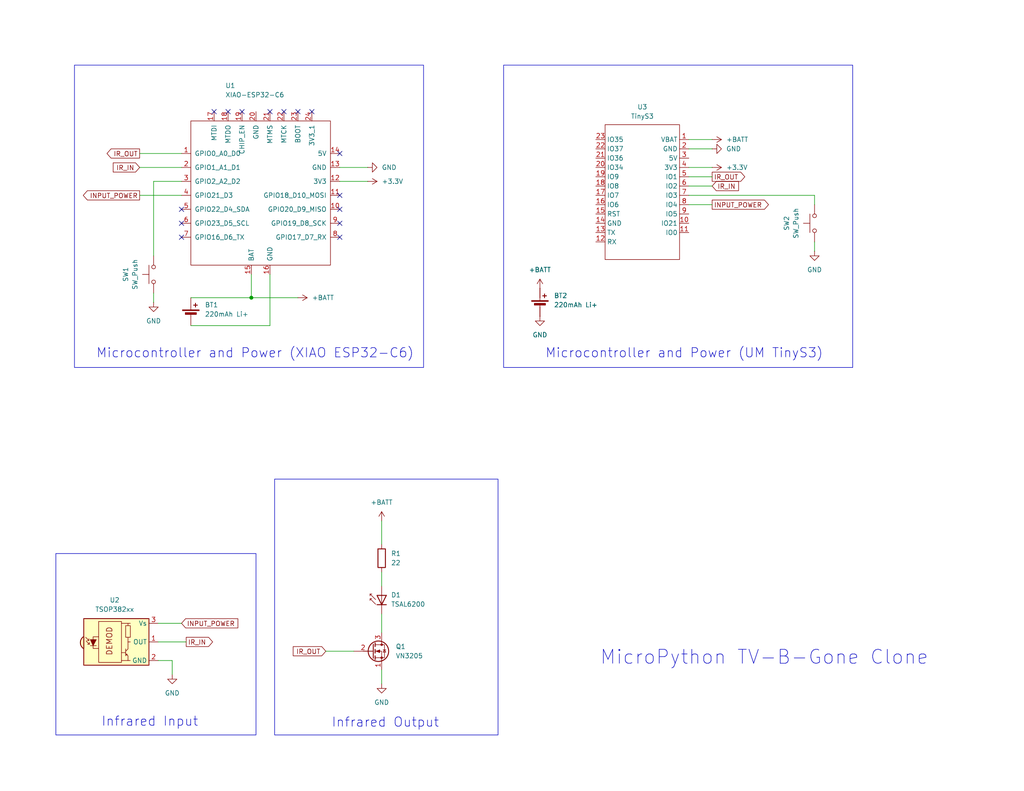
<source format=kicad_sch>
(kicad_sch (version 20250114) (generator "eeschema") (generator_version "9.0")
  (paper "USLetter")
  (title_block (date "2025-05-21"))
  (lib_symbols
    (symbol "Device:Battery_Cell" (pin_numbers (hide yes)) (pin_names (offset 0) (hide yes))
      (property "Reference" "BT" (at 2.54 2.54 0))
      (property "Value" "Battery_Cell" (at 2.54 0 0))
      (symbol "Battery_Cell_0_1"
        (rectangle (start -2.286 1.778) (end 2.286 1.524) (fill (type outline)))
        (rectangle (start -1.524 1.016) (end 1.524 0.508) (fill (type outline)))
        (polyline (pts (xy 0 1.778) (xy 0 2.54)))
        (polyline (pts (xy 0 0.762) (xy 0 0)))
        (polyline (pts (xy 0.762 3.048) (xy 1.778 3.048)) (stroke (width 0.254)))
        (polyline (pts (xy 1.27 3.556) (xy 1.27 2.54)) (stroke (width 0.254)))
      )
      (symbol "Battery_Cell_1_1"
        (pin passive line (at 0 5.08 270) (length 2.54) (name "+") (number "1"))
        (pin passive line (at 0 -2.54 90) (length 2.54) (name "-") (number "2"))
      )
    )
    (symbol "Device:R" (pin_numbers (hide yes)) (pin_names (offset 0))
      (property "Reference" "R" (at 2.032 0 90))
      (property "Value" "R" (at 0 0 90))
      (symbol "R_0_1"
        (rectangle (start -1.016 -2.54) (end 1.016 2.54) (stroke (width 0.254)))
      )
      (symbol "R_1_1"
        (pin passive line (at 0 3.81 270) (length 1.27) (name "~") (number "1"))
        (pin passive line (at 0 -3.81 90) (length 1.27) (name "~") (number "2"))
      )
    )
    (symbol "Interface_Optical:TSOP382xx"
      (property "Reference" "U" (at -10.16 7.62 0))
      (property "Value" "TSOP382xx" (at -10.16 -7.62 0))
      (symbol "TSOP382xx_0_0"
        (arc (start -10.287 -1.778) (mid -11.0899 -0.1905) (end -10.287 1.397) (stroke (width 0.254)) (fill (type background)))
        (polyline (pts (xy 1.905 5.08) (xy 0.127 5.08)))
        (polyline (pts (xy 1.905 -5.08) (xy 0.127 -5.08)))
        (text "DEMOD" (at -3.175 0.254 900) (effects (font (size 1.524 1.524))))
      )
      (symbol "TSOP382xx_0_1"
        (polyline (pts (xy -8.763 0.381) (xy -9.652 1.27)))
        (polyline (pts (xy -8.763 0.381) (xy -9.271 0.381)))
        (polyline (pts (xy -8.763 0.381) (xy -8.763 0.889)))
        (polyline (pts (xy -8.636 -0.635) (xy -9.525 0.254)))
        (polyline (pts (xy -8.636 -0.635) (xy -9.144 -0.635)))
        (polyline (pts (xy -8.636 -0.635) (xy -8.636 -0.127)))
        (polyline (pts (xy -8.382 0.635) (xy -6.731 0.635) (xy -7.62 -1.016) (xy -8.382 0.635)) (fill (type outline)))
        (polyline (pts (xy -8.382 -1.016) (xy -6.731 -1.016)))
        (rectangle (start -6.096 5.588) (end 0.127 -5.588))
        (polyline (pts (xy -6.096 1.397) (xy -7.62 1.397) (xy -7.62 -1.778) (xy -6.096 -1.778)))
        (polyline (pts (xy 1.27 -1.905) (xy 1.27 -3.81)))
        (polyline (pts (xy 1.27 -2.54) (xy 1.905 -1.905) (xy 1.905 0) (xy 2.54 0)))
        (polyline (pts (xy 1.27 -2.921) (xy 0.127 -2.921)))
        (polyline (pts (xy 1.27 -3.175) (xy 1.905 -3.81) (xy 1.905 -5.08) (xy 2.54 -5.08)))
        (polyline (pts (xy 1.397 -3.556) (xy 1.524 -3.556)))
        (polyline (pts (xy 1.651 -3.556) (xy 1.524 -3.556)))
        (polyline (pts (xy 1.651 -3.556) (xy 1.651 -3.302)))
        (polyline (pts (xy 1.905 4.445) (xy 1.905 5.08) (xy 2.54 5.08)))
        (polyline (pts (xy 1.905 0) (xy 1.905 1.27)))
        (rectangle (start 2.54 1.27) (end 1.27 4.445))
        (rectangle (start 7.62 6.35) (end -10.16 -6.35) (stroke (width 0.254)) (fill (type background)))
      )
      (symbol "TSOP382xx_1_1"
        (pin power_in line (at 10.16 5.08 180) (length 2.54) (name "Vs") (number "3"))
        (pin output line (at 10.16 0 180) (length 2.54) (name "OUT") (number "1"))
        (pin power_in line (at 10.16 -5.08 180) (length 2.54) (name "GND") (number "2"))
      )
    )
    (symbol "LED:SFH4550" (pin_numbers (hide yes)) (pin_names (offset 1.016) (hide yes))
      (property "Reference" "D" (at 0.508 1.778 0))
      (property "Value" "SFH4550" (at -1.016 -2.794 0))
      (symbol "SFH4550_0_1"
        (polyline (pts (xy -2.54 1.27) (xy -2.54 -1.27)) (stroke (width 0.254)))
        (polyline (pts (xy -2.413 1.651) (xy -0.889 3.175) (xy -0.889 2.667) (xy -0.889 3.175) (xy -1.397 3.175)))
        (polyline (pts (xy -1.143 1.651) (xy 0.381 3.175) (xy 0.381 2.667)))
        (polyline (pts (xy 0 0) (xy -2.54 0)))
        (polyline (pts (xy 0 -1.27) (xy -2.54 0) (xy 0 1.27) (xy 0 -1.27)) (stroke (width 0.254)))
        (polyline (pts (xy 0.381 3.175) (xy -0.127 3.175)))
      )
      (symbol "SFH4550_1_1"
        (pin passive line (at -5.08 0 0) (length 2.54) (name "K") (number "1"))
        (pin passive line (at 2.54 0 180) (length 2.54) (name "A") (number "2"))
      )
    )
    (symbol "Switch:SW_Push" (pin_numbers (hide yes)) (pin_names (offset 1.016) (hide yes))
      (property "Reference" "SW" (at 1.27 2.54 0))
      (property "Value" "SW_Push" (at 0 -1.524 0))
      (symbol "SW_Push_0_1"
        (circle (center -2.032 0) (radius 0.508))
        (polyline (pts (xy 0 1.27) (xy 0 3.048)))
        (circle (center 2.032 0) (radius 0.508))
        (polyline (pts (xy 2.54 1.27) (xy -2.54 1.27)))
        (pin passive line (at -5.08 0 0) (length 2.54) (name "1") (number "1"))
        (pin passive line (at 5.08 0 180) (length 2.54) (name "2") (number "2"))
      )
    )
    (symbol "TinyS3:TinyS3_Symbol"
      (property "Reference" "U" (at -0.508 -20.32 0))
      (property "Value" "TinyS3_Symbol" (at -0.508 21.844 0))
      (symbol "TinyS3_Symbol_0_1"
        (rectangle (start -10.16 19.304) (end 10.16 -17.526) (stroke (width 0.1524)))
      )
      (symbol "TinyS3_Symbol_1_1"
        (pin bidirectional line (at -12.7 15.24 0) (length 2.54) (name "IO35") (number "23"))
        (pin bidirectional line (at -12.7 12.7 0) (length 2.54) (name "IO37") (number "22"))
        (pin bidirectional line (at -12.7 10.16 0) (length 2.54) (name "IO36") (number "21"))
        (pin bidirectional line (at -12.7 7.62 0) (length 2.54) (name "IO34") (number "20"))
        (pin bidirectional line (at -12.7 5.08 0) (length 2.54) (name "IO9") (number "19"))
        (pin bidirectional line (at -12.7 2.54 0) (length 2.54) (name "IO8") (number "18"))
        (pin bidirectional line (at -12.7 0 0) (length 2.54) (name "IO7") (number "17"))
        (pin bidirectional line (at -12.7 -2.54 0) (length 2.54) (name "IO6") (number "16"))
        (pin input line (at -12.7 -5.08 0) (length 2.54) (name "RST") (number "15"))
        (pin power_in line (at -12.7 -7.62 0) (length 2.54) (name "GND") (number "14"))
        (pin bidirectional line (at -12.7 -10.16 0) (length 2.54) (name "TX") (number "13"))
        (pin bidirectional line (at -12.7 -12.7 0) (length 2.54) (name "RX") (number "12"))
        (pin power_in line (at 12.7 15.24 180) (length 2.54) (name "VBAT") (number "1"))
        (pin power_in line (at 12.7 12.7 180) (length 2.54) (name "GND") (number "2"))
        (pin power_in line (at 12.7 10.16 180) (length 2.54) (name "5V") (number "3"))
        (pin power_in line (at 12.7 7.62 180) (length 2.54) (name "3V3") (number "4"))
        (pin bidirectional line (at 12.7 5.08 180) (length 2.54) (name "IO1") (number "5"))
        (pin bidirectional line (at 12.7 2.54 180) (length 2.54) (name "IO2") (number "6"))
        (pin bidirectional line (at 12.7 0 180) (length 2.54) (name "IO3") (number "7"))
        (pin bidirectional line (at 12.7 -2.54 180) (length 2.54) (name "IO4") (number "8"))
        (pin bidirectional line (at 12.7 -5.08 180) (length 2.54) (name "IO5") (number "9"))
        (pin bidirectional line (at 12.7 -7.62 180) (length 2.54) (name "IO21") (number "10"))
        (pin bidirectional line (at 12.7 -10.16 180) (length 2.54) (name "IO0") (number "11"))
      )
    )
    (symbol "Transistor_FET:Q_NMOS_SGD" (pin_names (offset 0) (hide yes))
      (property "Reference" "Q" (at 5.08 1.905 0))
      (property "Value" "Q_NMOS_SGD" (at 5.08 0 0))
      (symbol "Q_NMOS_SGD_0_1"
        (polyline (pts (xy 0.254 1.905) (xy 0.254 -1.905)) (stroke (width 0.254)))
        (polyline (pts (xy 0.254 0) (xy -2.54 0)))
        (polyline (pts (xy 0.762 2.286) (xy 0.762 1.27)) (stroke (width 0.254)))
        (polyline (pts (xy 0.762 0.508) (xy 0.762 -0.508)) (stroke (width 0.254)))
        (polyline (pts (xy 0.762 -1.27) (xy 0.762 -2.286)) (stroke (width 0.254)))
        (polyline (pts (xy 0.762 -1.778) (xy 3.302 -1.778) (xy 3.302 1.778) (xy 0.762 1.778)))
        (polyline (pts (xy 1.016 0) (xy 2.032 0.381) (xy 2.032 -0.381) (xy 1.016 0)) (fill (type outline)))
        (circle (center 1.651 0) (radius 2.794) (stroke (width 0.254)))
        (polyline (pts (xy 2.54 2.54) (xy 2.54 1.778)))
        (circle (center 2.54 1.778) (radius 0.254) (fill (type outline)))
        (circle (center 2.54 -1.778) (radius 0.254) (fill (type outline)))
        (polyline (pts (xy 2.54 -2.54) (xy 2.54 0) (xy 0.762 0)))
        (polyline (pts (xy 2.921 0.381) (xy 3.683 0.381)))
        (polyline (pts (xy 3.302 0.381) (xy 2.921 -0.254) (xy 3.683 -0.254) (xy 3.302 0.381)))
      )
      (symbol "Q_NMOS_SGD_1_1"
        (pin input line (at -5.08 0 0) (length 5.08) (name "G") (number "2"))
        (pin passive line (at 2.54 5.08 270) (length 2.54) (name "D") (number "3"))
        (pin passive line (at 2.54 -5.08 90) (length 2.54) (name "S") (number "1"))
      )
    )
    (symbol "power:+3.3V" (power) (pin_numbers (hide yes)) (pin_names (offset 0) (hide yes))
      (property "Value" "+3.3V" (at 0 3.556 0))
      (symbol "+3.3V_0_1"
        (polyline (pts (xy -0.762 1.27) (xy 0 2.54)))
        (polyline (pts (xy 0 2.54) (xy 0.762 1.27)))
        (polyline (pts (xy 0 0) (xy 0 2.54)))
      )
      (symbol "+3.3V_1_1"
        (pin power_in line (at 0 0 90) (length 0) (name "~") (number "1"))
      )
    )
    (symbol "power:+BATT" (power) (pin_numbers (hide yes)) (pin_names (offset 0) (hide yes))
      (property "Value" "+BATT" (at 0 3.556 0))
      (symbol "+BATT_0_1"
        (polyline (pts (xy -0.762 1.27) (xy 0 2.54)))
        (polyline (pts (xy 0 2.54) (xy 0.762 1.27)))
        (polyline (pts (xy 0 0) (xy 0 2.54)))
      )
      (symbol "+BATT_1_1"
        (pin power_in line (at 0 0 90) (length 0) (name "~") (number "1"))
      )
    )
    (symbol "power:GND" (power) (pin_numbers (hide yes)) (pin_names (offset 0) (hide yes))
      (property "Value" "GND" (at 0 -3.81 0))
      (symbol "GND_0_1"
        (polyline (pts (xy 0 0) (xy 0 -1.27) (xy 1.27 -1.27) (xy 0 -2.54) (xy -1.27 -1.27) (xy 0 -1.27)))
      )
      (symbol "GND_1_1"
        (pin power_in line (at 0 0 270) (length 0) (name "~") (number "1"))
      )
    )
    (symbol "xiao_series:XIAO-ESP32-C6-SMD" (pin_names (offset 1.016))
      (property "Reference" "U" (at -18.542 23.114 0))
      (property "Value" "XIAO-ESP32-S3-SMD" (at -8.382 21.336 0))
      (symbol "XIAO-ESP32-C6-SMD_0_1"
        (rectangle (start 19.05 -19.05) (end -19.05 20.32))
      )
      (symbol "XIAO-ESP32-C6-SMD_1_1"
        (pin passive line (at -21.59 11.43 0) (length 2.54) (name "GPIO0_A0_D0") (number "1"))
        (pin passive line (at -21.59 7.62 0) (length 2.54) (name "GPIO1_A1_D1") (number "2"))
        (pin passive line (at -21.59 3.81 0) (length 2.54) (name "GPIO2_A2_D2") (number "3"))
        (pin passive line (at -21.59 0 0) (length 2.54) (name "GPIO21_D3") (number "4"))
        (pin passive line (at -21.59 -3.81 0) (length 2.54) (name "GPIO22_D4_SDA") (number "5"))
        (pin passive line (at -21.59 -7.62 0) (length 2.54) (name "GPIO23_D5_SCL") (number "6"))
        (pin passive line (at -21.59 -11.43 0) (length 2.54) (name "GPIO16_D6_TX") (number "7"))
        (pin passive line (at -12.7 22.86 270) (length 2.54) (name "MTDI") (number "17"))
        (pin passive line (at -8.89 22.86 270) (length 2.54) (name "MTDO") (number "18"))
        (pin passive line (at -5.08 22.86 270) (length 2.54) (name "CHIP_EN") (number "19"))
        (pin passive line (at -2.54 -21.59 90) (length 2.54) (name "BAT") (number "15"))
        (pin passive line (at -1.27 22.86 270) (length 2.54) (name "GND") (number "20"))
        (pin passive line (at 2.54 22.86 270) (length 2.54) (name "MTMS") (number "21"))
        (pin passive line (at 2.54 -21.59 90) (length 2.54) (name "GND") (number "16"))
        (pin passive line (at 6.35 22.86 270) (length 2.54) (name "MTCK") (number "22"))
        (pin passive line (at 10.16 22.86 270) (length 2.54) (name "BOOT") (number "23"))
        (pin passive line (at 13.97 22.86 270) (length 2.54) (name "3V3_1") (number "24"))
        (pin passive line (at 21.59 11.43 180) (length 2.54) (name "5V") (number "14"))
        (pin passive line (at 21.59 7.62 180) (length 2.54) (name "GND") (number "13"))
        (pin passive line (at 21.59 3.81 180) (length 2.54) (name "3V3") (number "12"))
        (pin passive line (at 21.59 0 180) (length 2.54) (name "GPIO18_D10_MOSI") (number "11"))
        (pin passive line (at 21.59 -3.81 180) (length 2.54) (name "GPIO20_D9_MISO") (number "10"))
        (pin passive line (at 21.59 -7.62 180) (length 2.54) (name "GPIO19_D8_SCK") (number "9"))
        (pin passive line (at 21.59 -11.43 180) (length 2.54) (name "GPIO17_D7_RX") (number "8"))
      )
    )
  )
  (rectangle (start 15.24 151.13) (end 69.85 200.66))
  (rectangle (start 20.32 17.78) (end 115.57 100.33))
  (rectangle (start 137.414 17.78) (end 232.664 100.33))
  (rectangle (start 74.93 130.81) (end 135.89 200.66))
  (text "MicroPython TV-B-Gone Clone" (at 208.534 179.578 0) (effects (font (size 3.81 3.81))))
  (text "Infrared Input" (at 40.894 197.104 0) (effects (font (size 2.54 2.54))))
  (text "Microcontroller and Power (XIAO ESP32-C6)" (at 69.596 96.52 0) (effects (font (size 2.54 2.54))))
  (text "Microcontroller and Power (UM TinyS3)" (at 186.69 96.52 0) (effects (font (size 2.54 2.54))))
  (text "Infrared Output" (at 105.156 197.358 0) (effects (font (size 2.54 2.54))))
  (junction (at 68.58 81.28))
  (no_connect (at 58.42 30.48))
  (no_connect (at 92.71 57.15))
  (no_connect (at 66.04 30.48))
  (no_connect (at 77.47 30.48))
  (no_connect (at 49.53 60.96))
  (no_connect (at 92.71 64.77))
  (no_connect (at 49.53 64.77))
  (no_connect (at 62.23 30.48))
  (no_connect (at 73.66 30.48))
  (no_connect (at 92.71 60.96))
  (no_connect (at 49.53 57.15))
  (no_connect (at 85.09 30.48))
  (no_connect (at 81.28 30.48))
  (no_connect (at 92.71 53.34))
  (no_connect (at 92.71 41.91))
  (wire (pts (xy 222.25 66.04) (xy 222.25 68.58)))
  (wire (pts (xy 41.91 80.01) (xy 41.91 82.55)))
  (wire (pts (xy 104.14 156.21) (xy 104.14 160.02)))
  (wire (pts (xy 41.91 69.85) (xy 41.91 49.53)))
  (wire (pts (xy 104.14 142.24) (xy 104.14 148.59)))
  (wire (pts (xy 38.1 45.72) (xy 49.53 45.72)))
  (wire (pts (xy 38.1 53.34) (xy 49.53 53.34)))
  (wire (pts (xy 222.25 53.34) (xy 222.25 55.88)))
  (wire (pts (xy 187.96 50.8) (xy 194.31 50.8)))
  (wire (pts (xy 41.91 49.53) (xy 49.53 49.53)))
  (wire (pts (xy 104.14 167.64) (xy 104.14 172.72)))
  (wire (pts (xy 92.71 45.72) (xy 100.33 45.72)))
  (wire (pts (xy 46.99 180.34) (xy 46.99 184.15)))
  (wire (pts (xy 43.18 170.18) (xy 49.53 170.18)))
  (wire (pts (xy 68.58 81.28) (xy 68.58 74.93)))
  (wire (pts (xy 187.96 45.72) (xy 194.31 45.72)))
  (wire (pts (xy 187.96 38.1) (xy 194.31 38.1)))
  (wire (pts (xy 104.14 182.88) (xy 104.14 186.69)))
  (wire (pts (xy 52.07 81.28) (xy 68.58 81.28)))
  (wire (pts (xy 73.66 88.9) (xy 73.66 74.93)))
  (wire (pts (xy 187.96 55.88) (xy 194.31 55.88)))
  (wire (pts (xy 43.18 180.34) (xy 46.99 180.34)))
  (wire (pts (xy 187.96 53.34) (xy 222.25 53.34)))
  (wire (pts (xy 187.96 40.64) (xy 194.31 40.64)))
  (wire (pts (xy 92.71 49.53) (xy 100.33 49.53)))
  (wire (pts (xy 81.28 81.28) (xy 68.58 81.28)))
  (wire (pts (xy 88.9 177.8) (xy 96.52 177.8)))
  (wire (pts (xy 52.07 88.9) (xy 73.66 88.9)))
  (wire (pts (xy 38.1 41.91) (xy 49.53 41.91)))
  (wire (pts (xy 187.96 48.26) (xy 194.31 48.26)))
  (wire (pts (xy 43.18 175.26) (xy 50.8 175.26)))
  (global_label "IR_IN" (shape output) (at 50.8 175.26 0) (property "Intersheetrefs" "${INTERSHEET_REFS}" (effects (hide yes))))
  (global_label "INPUT_POWER" (shape input) (at 49.53 170.18 0) (property "Intersheetrefs" "${INTERSHEET_REFS}" (effects (hide yes))))
  (global_label "IR_IN" (shape input) (at 38.1 45.72 180) (property "Intersheetrefs" "${INTERSHEET_REFS}" (effects (hide yes))))
  (global_label "IR_OUT" (shape input) (at 88.9 177.8 180) (property "Intersheetrefs" "${INTERSHEET_REFS}" (effects (hide yes))))
  (global_label "INPUT_POWER" (shape output) (at 194.31 55.88 0) (property "Intersheetrefs" "${INTERSHEET_REFS}" (effects (hide yes))))
  (global_label "IR_OUT" (shape output) (at 38.1 41.91 180) (property "Intersheetrefs" "${INTERSHEET_REFS}" (effects (hide yes))))
  (global_label "INPUT_POWER" (shape output) (at 38.1 53.34 180) (property "Intersheetrefs" "${INTERSHEET_REFS}" (effects (hide yes))))
  (global_label "IR_IN" (shape input) (at 194.31 50.8 0) (property "Intersheetrefs" "${INTERSHEET_REFS}" (effects (hide yes))))
  (global_label "IR_OUT" (shape output) (at 194.31 48.26 0) (property "Intersheetrefs" "${INTERSHEET_REFS}" (effects (hide yes))))
  (symbol (lib_id "Device:Battery_Cell") (at 147.32 83.82 0) (unit 1) (on_board no)
    (property "Reference" "BT2" (at 151.13 80.7084 0) (effects (justify left)))
    (property "Value" "220mAh Li+" (at 151.13 83.2484 0) (effects (justify left)))
    (property "Description" "Single-cell battery" (effects (hide yes)))
  )
  (symbol (lib_id "xiao_series:XIAO-ESP32-C6-SMD") (at 71.12 53.34 0) (unit 1)
    (property "Reference" "U1" (at 61.468 23.368 0) (effects (justify left)))
    (property "Value" "XIAO-ESP32-C6" (at 61.468 25.908 0) (effects (justify left)))
    (property "Footprint" "project:XIAO-ESP32C6-SMD" (effects (hide yes)))
  )
  (symbol (lib_id "TinyS3:TinyS3_Symbol") (at 175.26 53.34 0) (unit 1)
    (property "Reference" "U3" (at 175.26 29.21 0))
    (property "Value" "TinyS3" (at 175.26 31.75 0))
  )
  (symbol (lib_id "power:GND") (at 194.31 40.64 90) (unit 1)
    (property "Reference" "#PWR03" (effects (hide yes)))
    (property "Value" "GND" (at 198.12 40.6399 90) (effects (justify right)))
    (property "Description" "Power symbol creates a global label with name \"GND\" , ground" (effects (hide yes)))
  )
  (symbol (lib_id "power:+3.3V") (at 194.31 45.72 270) (unit 1)
    (property "Reference" "#PWR010" (effects (hide yes)))
    (property "Value" "+3.3V" (at 198.12 45.7199 90) (effects (justify left)))
    (property "Description" "Power symbol creates a global label with name \"+3.3V\"" (effects (hide yes)))
  )
  (symbol (lib_id "Switch:SW_Push") (at 41.91 74.93 90) (unit 1)
    (property "Reference" "SW1" (at 34.29 74.93 0))
    (property "Value" "SW_Push" (at 36.83 74.93 0))
    (property "Description" "Push button switch, generic, two pins" (effects (hide yes)))
  )
  (symbol (lib_id "power:GND") (at 147.32 86.36 0) (unit 1)
    (property "Reference" "#PWR011" (effects (hide yes)))
    (property "Value" "GND" (at 147.32 91.44 0))
    (property "Description" "Power symbol creates a global label with name \"GND\" , ground" (effects (hide yes)))
  )
  (symbol (lib_id "power:GND") (at 46.99 184.15 0) (unit 1)
    (property "Reference" "#PWR04" (effects (hide yes)))
    (property "Value" "GND" (at 46.99 189.23 0))
    (property "Description" "Power symbol creates a global label with name \"GND\" , ground" (effects (hide yes)))
  )
  (symbol (lib_id "power:+BATT") (at 194.31 38.1 270) (unit 1)
    (property "Reference" "#PWR09" (effects (hide yes)))
    (property "Value" "+BATT" (at 198.12 38.0999 90) (effects (justify left)))
    (property "Description" "Power symbol creates a global label with name \"+BATT\"" (effects (hide yes)))
  )
  (symbol (lib_id "Switch:SW_Push") (at 222.25 60.96 90) (unit 1)
    (property "Reference" "SW2" (at 214.63 60.96 0))
    (property "Value" "SW_Push" (at 217.17 60.96 0))
    (property "Description" "Push button switch, generic, two pins" (effects (hide yes)))
  )
  (symbol (lib_id "power:+BATT") (at 104.14 142.24 0) (unit 1)
    (property "Reference" "#PWR05" (effects (hide yes)))
    (property "Value" "+BATT" (at 104.14 137.16 0))
    (property "Description" "Power symbol creates a global label with name \"+BATT\"" (effects (hide yes)))
  )
  (symbol (lib_id "LED:SFH4550") (at 104.14 162.56 90) (unit 1)
    (property "Reference" "D1" (at 106.68 162.4329 90) (effects (justify right)))
    (property "Value" "TSAL6200" (at 106.68 164.9729 90) (effects (justify right)))
    (property "Footprint" "LED_THT:LED_D5.0mm_IRGrey" (effects (hide yes)))
    (property "Datasheet" "http://www.osram-os.com/Graphics/XPic3/00116140_0.pdf" (effects (hide yes)))
    (property "Description" "950nm High-Power IR-LED, 5mm" (effects (hide yes)))
  )
  (symbol (lib_id "power:GND") (at 104.14 186.69 0) (unit 1)
    (property "Reference" "#PWR07" (effects (hide yes)))
    (property "Value" "GND" (at 104.14 191.77 0))
    (property "Description" "Power symbol creates a global label with name \"GND\" , ground" (effects (hide yes)))
  )
  (symbol (lib_id "power:GND") (at 222.25 68.58 0) (unit 1)
    (property "Reference" "#PWR013" (effects (hide yes)))
    (property "Value" "GND" (at 222.25 73.66 0))
    (property "Description" "Power symbol creates a global label with name \"GND\" , ground" (effects (hide yes)))
  )
  (symbol (lib_id "Device:Battery_Cell") (at 52.07 86.36 0) (unit 1) (on_board no)
    (property "Reference" "BT1" (at 55.88 83.2484 0) (effects (justify left)))
    (property "Value" "220mAh Li+" (at 55.88 85.7884 0) (effects (justify left)))
    (property "Description" "Single-cell battery" (effects (hide yes)))
  )
  (symbol (lib_id "power:+3.3V") (at 100.33 49.53 270) (unit 1)
    (property "Reference" "#PWR02" (effects (hide yes)))
    (property "Value" "+3.3V" (at 104.14 49.5299 90) (effects (justify left)))
    (property "Description" "Power symbol creates a global label with name \"+3.3V\"" (effects (hide yes)))
  )
  (symbol (lib_id "Device:R") (at 104.14 152.4 0) (unit 1)
    (property "Reference" "R1" (at 106.68 151.1299 0) (effects (justify left)))
    (property "Value" "22" (at 106.68 153.6699 0) (effects (justify left)))
    (property "Footprint" "Resistor_THT:R_Axial_DIN0207_L6.3mm_D2.5mm_P10.16mm_Horizontal" (effects (hide yes)))
    (property "Description" "Resistor" (effects (hide yes)))
  )
  (symbol (lib_id "power:GND") (at 41.91 82.55 0) (unit 1)
    (property "Reference" "#PWR08" (effects (hide yes)))
    (property "Value" "GND" (at 41.91 87.63 0))
    (property "Description" "Power symbol creates a global label with name \"GND\" , ground" (effects (hide yes)))
  )
  (symbol (lib_id "power:+BATT") (at 81.28 81.28 270) (unit 1)
    (property "Reference" "#PWR06" (effects (hide yes)))
    (property "Value" "+BATT" (at 85.09 81.2799 90) (effects (justify left)))
    (property "Description" "Power symbol creates a global label with name \"+BATT\"" (effects (hide yes)))
  )
  (symbol (lib_id "power:GND") (at 100.33 45.72 90) (unit 1)
    (property "Reference" "#PWR01" (effects (hide yes)))
    (property "Value" "GND" (at 104.14 45.7199 90) (effects (justify right)))
    (property "Description" "Power symbol creates a global label with name \"GND\" , ground" (effects (hide yes)))
  )
  (symbol (lib_id "power:+BATT") (at 147.32 78.74 0) (unit 1)
    (property "Reference" "#PWR012" (effects (hide yes)))
    (property "Value" "+BATT" (at 147.32 73.66 0))
    (property "Description" "Power symbol creates a global label with name \"+BATT\"" (effects (hide yes)))
  )
  (symbol (lib_id "Interface_Optical:TSOP382xx") (at 33.02 175.26 0) (unit 1)
    (property "Reference" "U2" (at 31.285 163.83 0))
    (property "Value" "TSOP382xx" (at 31.285 166.37 0))
    (property "Footprint" "OptoDevice:Vishay_MINICAST-3Pin" (effects (hide yes)))
    (property "Datasheet" "http://www.vishay.com/docs/82491/tsop382.pdf" (effects (hide yes)))
    (property "Description" "Photo Modules for PCM Remote Control Systems" (effects (hide yes)))
  )
  (symbol (lib_id "Transistor_FET:Q_NMOS_SGD") (at 101.6 177.8 0) (unit 1)
    (property "Reference" "Q1" (at 107.95 176.5299 0) (effects (justify left)))
    (property "Value" "VN3205" (at 107.95 179.0699 0) (effects (justify left)))
    (property "Description" "N-MOSFET transistor, source/gate/drain" (effects (hide yes)))
  )
)
</source>
